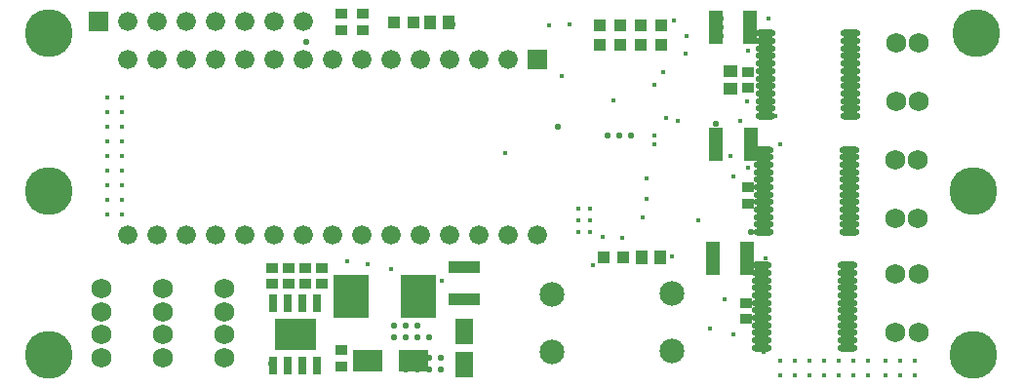
<source format=gts>
G04 Layer_Color=8388736*
%FSLAX25Y25*%
%MOIN*%
G70*
G01*
G75*
%ADD20R,0.03937X0.03937*%
%ADD21R,0.03937X0.03937*%
%ADD51R,0.14183X0.10679*%
%ADD52R,0.02962X0.06309*%
%ADD53R,0.04143X0.03356*%
%ADD54R,0.06309X0.08671*%
%ADD55R,0.10443X0.07293*%
%ADD56R,0.10836X0.04340*%
%ADD57R,0.12017X0.14576*%
%ADD58R,0.04143X0.04537*%
%ADD59R,0.04537X0.04143*%
%ADD60O,0.06899X0.02372*%
%ADD61R,0.05128X0.11230*%
%ADD62C,0.06600*%
%ADD63R,0.06600X0.06600*%
%ADD64C,0.06900*%
%ADD65C,0.08474*%
%ADD66C,0.16348*%
%ADD67C,0.01700*%
%ADD68C,0.02300*%
%ADD69C,0.00987*%
D20*
X353256Y315500D02*
D03*
X359949D02*
D03*
X424807Y235366D02*
D03*
X431500D02*
D03*
D21*
X444513Y308123D02*
D03*
Y314816D02*
D03*
X437525Y308123D02*
D03*
Y314816D02*
D03*
X430538Y308123D02*
D03*
Y314816D02*
D03*
X423550Y308123D02*
D03*
Y314816D02*
D03*
D51*
X319488Y209000D02*
D03*
D52*
X311988Y198272D02*
D03*
X316988D02*
D03*
X321988D02*
D03*
X326988D02*
D03*
X311988Y219728D02*
D03*
X316988D02*
D03*
X321988D02*
D03*
X326988D02*
D03*
D53*
X311488Y226244D02*
D03*
Y231756D02*
D03*
X328488Y226244D02*
D03*
Y231756D02*
D03*
X335000Y198000D02*
D03*
Y203512D02*
D03*
X317155Y231756D02*
D03*
Y226244D02*
D03*
X322821D02*
D03*
Y231756D02*
D03*
X342500Y313000D02*
D03*
Y318512D02*
D03*
X335000Y312988D02*
D03*
Y318500D02*
D03*
X474220Y259331D02*
D03*
Y253819D02*
D03*
X473500Y219756D02*
D03*
Y214244D02*
D03*
X474000Y298756D02*
D03*
Y293244D02*
D03*
D54*
X377000Y210000D02*
D03*
Y198779D02*
D03*
D55*
X359874Y200000D02*
D03*
X344126D02*
D03*
D56*
X377000Y232024D02*
D03*
Y221000D02*
D03*
D57*
X361417Y222000D02*
D03*
X338583D02*
D03*
D58*
X371905Y315500D02*
D03*
X365606D02*
D03*
X444047Y235366D02*
D03*
X437748D02*
D03*
D59*
X468000Y299150D02*
D03*
Y292850D02*
D03*
D60*
X479654Y272150D02*
D03*
Y269590D02*
D03*
Y267032D02*
D03*
Y264472D02*
D03*
Y261913D02*
D03*
Y259354D02*
D03*
Y256795D02*
D03*
Y254236D02*
D03*
Y251677D02*
D03*
Y249118D02*
D03*
Y246559D02*
D03*
Y244000D02*
D03*
X508787Y272150D02*
D03*
Y269590D02*
D03*
Y267032D02*
D03*
Y264472D02*
D03*
Y261913D02*
D03*
Y259354D02*
D03*
Y256795D02*
D03*
Y254236D02*
D03*
Y251677D02*
D03*
Y249118D02*
D03*
Y246559D02*
D03*
Y244000D02*
D03*
X478933Y232575D02*
D03*
Y230016D02*
D03*
Y227457D02*
D03*
Y224898D02*
D03*
Y222339D02*
D03*
Y219779D02*
D03*
Y217220D02*
D03*
Y214661D02*
D03*
Y212102D02*
D03*
Y209543D02*
D03*
Y206984D02*
D03*
Y204425D02*
D03*
X508067Y232575D02*
D03*
Y230016D02*
D03*
Y227457D02*
D03*
Y224898D02*
D03*
Y222339D02*
D03*
Y219779D02*
D03*
Y217220D02*
D03*
Y214661D02*
D03*
Y212102D02*
D03*
Y209543D02*
D03*
Y206984D02*
D03*
Y204425D02*
D03*
X480031Y311850D02*
D03*
Y309291D02*
D03*
Y306732D02*
D03*
Y304173D02*
D03*
Y301614D02*
D03*
Y299055D02*
D03*
Y296496D02*
D03*
Y293937D02*
D03*
Y291378D02*
D03*
Y288819D02*
D03*
Y286260D02*
D03*
Y283701D02*
D03*
X509165Y311850D02*
D03*
Y309291D02*
D03*
Y306732D02*
D03*
Y304173D02*
D03*
Y301614D02*
D03*
Y299055D02*
D03*
Y296496D02*
D03*
Y293937D02*
D03*
Y291378D02*
D03*
Y288819D02*
D03*
Y286260D02*
D03*
Y283701D02*
D03*
D61*
X463189Y274000D02*
D03*
X475000D02*
D03*
X462094Y235000D02*
D03*
X473906D02*
D03*
X463095Y314000D02*
D03*
X474905D02*
D03*
D62*
X272000Y316000D02*
D03*
X262000D02*
D03*
X322000D02*
D03*
X312000D02*
D03*
X302000D02*
D03*
X292000D02*
D03*
X282000D02*
D03*
Y303000D02*
D03*
X292000D02*
D03*
X302000D02*
D03*
X312000D02*
D03*
X322000D02*
D03*
X332000D02*
D03*
X342000D02*
D03*
X352000D02*
D03*
X362000D02*
D03*
X372000D02*
D03*
X382000D02*
D03*
X392000D02*
D03*
X402000Y243000D02*
D03*
X272000Y303000D02*
D03*
X262000D02*
D03*
X392000Y243000D02*
D03*
X382000D02*
D03*
X372000D02*
D03*
X362000D02*
D03*
X352000D02*
D03*
X342000D02*
D03*
X332000D02*
D03*
X322000D02*
D03*
X312000D02*
D03*
X282000D02*
D03*
X302000D02*
D03*
X292000D02*
D03*
X272000D02*
D03*
X262000D02*
D03*
D63*
X252000Y316000D02*
D03*
X402000Y303000D02*
D03*
D64*
X532220Y268829D02*
D03*
X524346D02*
D03*
X532500Y229500D02*
D03*
X524626D02*
D03*
X532598Y308529D02*
D03*
X524724D02*
D03*
X532220Y248829D02*
D03*
X524346D02*
D03*
X532500Y209500D02*
D03*
X524626D02*
D03*
X532598Y288529D02*
D03*
X524724D02*
D03*
X295000Y216748D02*
D03*
Y224622D02*
D03*
Y208874D02*
D03*
Y201000D02*
D03*
X274000Y216748D02*
D03*
Y224622D02*
D03*
Y208874D02*
D03*
Y201000D02*
D03*
X253000Y216748D02*
D03*
Y224622D02*
D03*
Y208874D02*
D03*
Y201000D02*
D03*
D65*
X407000Y222685D02*
D03*
Y203000D02*
D03*
X448000Y203315D02*
D03*
Y223000D02*
D03*
D66*
X551000Y258000D02*
D03*
X235000D02*
D03*
X552000Y312000D02*
D03*
X551000Y202000D02*
D03*
X235000D02*
D03*
Y312000D02*
D03*
D67*
X438000Y249000D02*
D03*
X428000Y289000D02*
D03*
X461000Y211000D02*
D03*
X466000Y221000D02*
D03*
X431000Y242000D02*
D03*
X445244Y298756D02*
D03*
X442000Y274000D02*
D03*
Y277000D02*
D03*
X474000Y306000D02*
D03*
X352000Y231300D02*
D03*
X369401Y227401D02*
D03*
X469000Y209000D02*
D03*
X421000Y232500D02*
D03*
X424367Y242267D02*
D03*
X344000Y233000D02*
D03*
X469000Y263000D02*
D03*
X474000Y266000D02*
D03*
X468000Y270000D02*
D03*
X413000Y315000D02*
D03*
X521000Y200000D02*
D03*
X465000Y317000D02*
D03*
Y311000D02*
D03*
Y314000D02*
D03*
X410400Y297300D02*
D03*
X439400Y262400D02*
D03*
X439505Y255467D02*
D03*
X452700Y304900D02*
D03*
X406200Y314700D02*
D03*
X391000Y271000D02*
D03*
X337000Y234000D02*
D03*
X480500Y271000D02*
D03*
X480843Y310500D02*
D03*
X481244Y317000D02*
D03*
X479744Y231307D02*
D03*
X479500Y203000D02*
D03*
X485000Y195000D02*
D03*
X490000D02*
D03*
X495000D02*
D03*
X505000D02*
D03*
X500000D02*
D03*
X485000Y200000D02*
D03*
X490000D02*
D03*
X495000D02*
D03*
X500000D02*
D03*
X505000D02*
D03*
X510000Y195000D02*
D03*
Y200000D02*
D03*
X515000D02*
D03*
X526000D02*
D03*
X531000D02*
D03*
Y195000D02*
D03*
X526000D02*
D03*
X521000D02*
D03*
X515000D02*
D03*
X255000Y250000D02*
D03*
X260000D02*
D03*
Y255000D02*
D03*
X255000D02*
D03*
Y260000D02*
D03*
X260000D02*
D03*
Y265000D02*
D03*
X255000D02*
D03*
Y270000D02*
D03*
X260000D02*
D03*
Y275000D02*
D03*
X255000D02*
D03*
Y280000D02*
D03*
X260000D02*
D03*
Y285000D02*
D03*
X255000D02*
D03*
Y290000D02*
D03*
X260000D02*
D03*
X442000Y294300D02*
D03*
X448034Y235500D02*
D03*
X448700Y316300D02*
D03*
X453000Y311000D02*
D03*
X473981Y288819D02*
D03*
X483500Y283500D02*
D03*
X485000Y274000D02*
D03*
X450000Y282000D02*
D03*
X446000Y283000D02*
D03*
X471400Y282100D02*
D03*
X457000Y248000D02*
D03*
X480000Y235000D02*
D03*
X420000Y252000D02*
D03*
Y248000D02*
D03*
Y244000D02*
D03*
X416000D02*
D03*
Y248000D02*
D03*
Y252000D02*
D03*
D68*
X353000Y212000D02*
D03*
Y208000D02*
D03*
X361000Y212000D02*
D03*
X357000D02*
D03*
Y208000D02*
D03*
X361000D02*
D03*
X365000D02*
D03*
X475000Y244000D02*
D03*
X473906Y235000D02*
D03*
X477000Y271000D02*
D03*
X323000Y309000D02*
D03*
X373000Y315000D02*
D03*
X426000Y277000D02*
D03*
X430000D02*
D03*
X434000D02*
D03*
X463000Y281000D02*
D03*
Y273000D02*
D03*
Y277000D02*
D03*
X409000Y280000D02*
D03*
X357000Y197000D02*
D03*
X361000D02*
D03*
X365000D02*
D03*
X369000D02*
D03*
Y201000D02*
D03*
X365000D02*
D03*
X361000D02*
D03*
X357000D02*
D03*
X322000Y199000D02*
D03*
X317000D02*
D03*
X311000D02*
D03*
D69*
X315158Y211165D02*
D03*
X319488Y206835D02*
D03*
Y211165D02*
D03*
X323819Y206835D02*
D03*
Y211165D02*
D03*
X315158Y206835D02*
D03*
M02*

</source>
